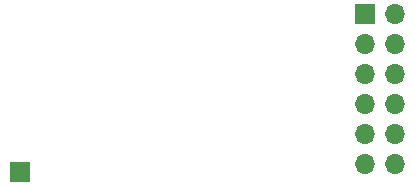
<source format=gbr>
%TF.GenerationSoftware,KiCad,Pcbnew,7.0.1*%
%TF.CreationDate,2023-04-28T09:30:46+02:00*%
%TF.ProjectId,AS4432_ANT,41533434-3332-45f4-914e-542e6b696361,rev?*%
%TF.SameCoordinates,Original*%
%TF.FileFunction,Soldermask,Bot*%
%TF.FilePolarity,Negative*%
%FSLAX46Y46*%
G04 Gerber Fmt 4.6, Leading zero omitted, Abs format (unit mm)*
G04 Created by KiCad (PCBNEW 7.0.1) date 2023-04-28 09:30:46*
%MOMM*%
%LPD*%
G01*
G04 APERTURE LIST*
%ADD10R,1.700000X1.700000*%
%ADD11O,1.700000X1.700000*%
G04 APERTURE END LIST*
D10*
%TO.C,J1*%
X149860000Y-43180000D03*
D11*
X152400000Y-43180000D03*
X149860000Y-45720000D03*
X152400000Y-45720000D03*
X149860000Y-48260000D03*
X152400000Y-48260000D03*
X149860000Y-50800000D03*
X152400000Y-50800000D03*
X149860000Y-53340000D03*
X152400000Y-53340000D03*
X149860000Y-55880000D03*
X152400000Y-55880000D03*
%TD*%
D10*
%TO.C,J2*%
X120650000Y-56515000D03*
%TD*%
M02*

</source>
